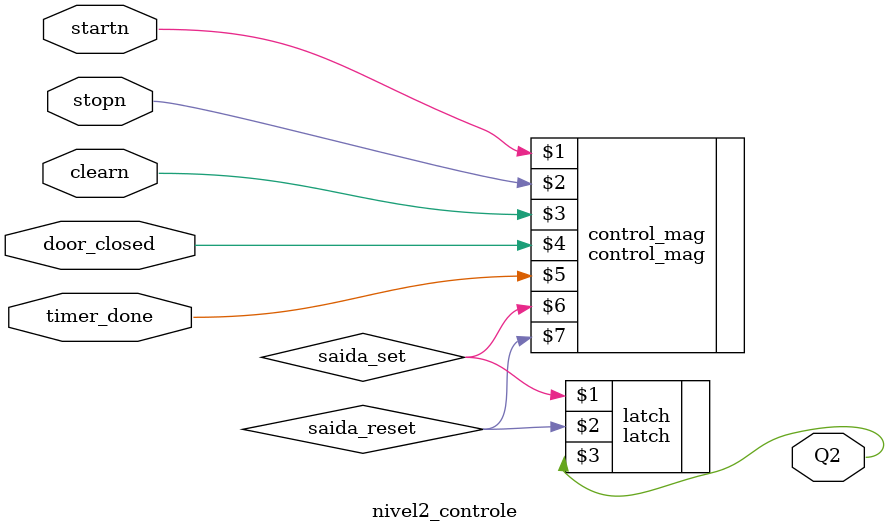
<source format=v>
`include "nivel3/latch/latch.v"
`include "nivel3/circuito_logico/control_mag.v"

module nivel2_controle (
    input wire startn, stopn, clearn, door_closed, timer_done,
    output wire Q2
);

wire saida_set;
wire saida_reset;

control_mag control_mag(startn, stopn, clearn, door_closed, timer_done, saida_set, saida_reset);
latch latch(saida_set, saida_reset, Q2);

endmodule
</source>
